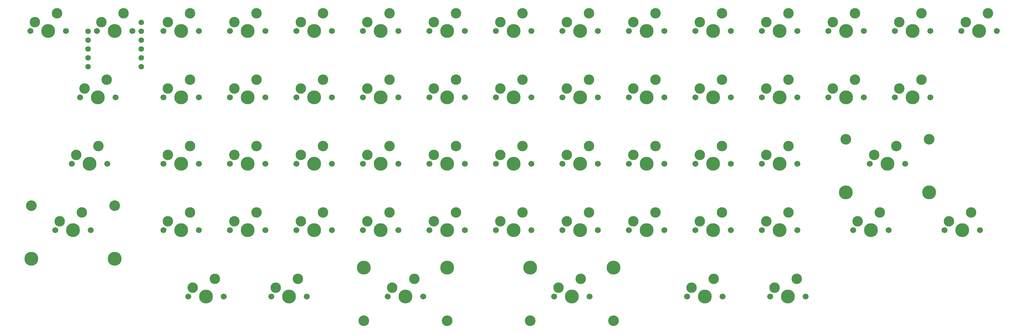
<source format=gbr>
%TF.GenerationSoftware,KiCad,Pcbnew,(7.0.0)*%
%TF.CreationDate,2023-03-29T14:48:56+09:00*%
%TF.ProjectId,HEP,4845502e-6b69-4636-9164-5f7063625858,rev?*%
%TF.SameCoordinates,Original*%
%TF.FileFunction,Soldermask,Top*%
%TF.FilePolarity,Negative*%
%FSLAX46Y46*%
G04 Gerber Fmt 4.6, Leading zero omitted, Abs format (unit mm)*
G04 Created by KiCad (PCBNEW (7.0.0)) date 2023-03-29 14:48:56*
%MOMM*%
%LPD*%
G01*
G04 APERTURE LIST*
%ADD10C,3.000000*%
%ADD11C,3.987800*%
%ADD12C,1.701800*%
%ADD13C,3.048000*%
%ADD14C,1.600000*%
G04 APERTURE END LIST*
D10*
%TO.C,SW57*%
X210502500Y-109378750D03*
D11*
X214312500Y-111918750D03*
D12*
X219392500Y-111918750D03*
D10*
X216852500Y-106838750D03*
D12*
X209232500Y-111918750D03*
D13*
X202374500Y-118903750D03*
X226250500Y-118903750D03*
D11*
X202374500Y-103663750D03*
X226250500Y-103663750D03*
%TD*%
D12*
%TO.C,SW56*%
X321151250Y-92868750D03*
D10*
X328771250Y-87788750D03*
D12*
X331311250Y-92868750D03*
D11*
X326231250Y-92868750D03*
D10*
X322421250Y-90328750D03*
%TD*%
%TO.C,SW55*%
X308133750Y-52228750D03*
D11*
X311943750Y-54768750D03*
D12*
X317023750Y-54768750D03*
D10*
X314483750Y-49688750D03*
D12*
X306863750Y-54768750D03*
%TD*%
D10*
%TO.C,SW54*%
X327183750Y-33178750D03*
D11*
X330993750Y-35718750D03*
D12*
X336073750Y-35718750D03*
D10*
X333533750Y-30638750D03*
D12*
X325913750Y-35718750D03*
%TD*%
D10*
%TO.C,SW53*%
X308133750Y-33178750D03*
D11*
X311943750Y-35718750D03*
D12*
X317023750Y-35718750D03*
D10*
X314483750Y-30638750D03*
D12*
X306863750Y-35718750D03*
%TD*%
D10*
%TO.C,SW52*%
X296227500Y-90328750D03*
D11*
X300037500Y-92868750D03*
D12*
X305117500Y-92868750D03*
D10*
X302577500Y-87788750D03*
D12*
X294957500Y-92868750D03*
%TD*%
D10*
%TO.C,SW51*%
X300990000Y-71278750D03*
D11*
X304800000Y-73818750D03*
D12*
X309880000Y-73818750D03*
D10*
X307340000Y-68738750D03*
D12*
X299720000Y-73818750D03*
D13*
X292862000Y-66833750D03*
X316738000Y-66833750D03*
D11*
X292862000Y-82073750D03*
X316738000Y-82073750D03*
%TD*%
D12*
%TO.C,SW48*%
X268763750Y-92868750D03*
D10*
X276383750Y-87788750D03*
D12*
X278923750Y-92868750D03*
D11*
X273843750Y-92868750D03*
D10*
X270033750Y-90328750D03*
%TD*%
D12*
%TO.C,SW47*%
X268763750Y-73818750D03*
D10*
X276383750Y-68738750D03*
D12*
X278923750Y-73818750D03*
D11*
X273843750Y-73818750D03*
D10*
X270033750Y-71278750D03*
%TD*%
%TO.C,SW8*%
X67627500Y-90328750D03*
D11*
X71437500Y-92868750D03*
D12*
X76517500Y-92868750D03*
D10*
X73977500Y-87788750D03*
D12*
X66357500Y-92868750D03*
D13*
X59499500Y-85883750D03*
X83375500Y-85883750D03*
D11*
X59499500Y-101123750D03*
X83375500Y-101123750D03*
%TD*%
D10*
%TO.C,SW7*%
X72390000Y-71278750D03*
D11*
X76200000Y-73818750D03*
D12*
X81280000Y-73818750D03*
D10*
X78740000Y-68738750D03*
D12*
X71120000Y-73818750D03*
%TD*%
D10*
%TO.C,SW6*%
X74771250Y-52228750D03*
D11*
X78581250Y-54768750D03*
D12*
X83661250Y-54768750D03*
D10*
X81121250Y-49688750D03*
D12*
X73501250Y-54768750D03*
%TD*%
D10*
%TO.C,SW4*%
X162877500Y-109378750D03*
D11*
X166687500Y-111918750D03*
D12*
X171767500Y-111918750D03*
D10*
X169227500Y-106838750D03*
D12*
X161607500Y-111918750D03*
D13*
X154749500Y-118903750D03*
X178625500Y-118903750D03*
D11*
X154749500Y-103663750D03*
X178625500Y-103663750D03*
%TD*%
D10*
%TO.C,SW3*%
X129540000Y-109378750D03*
D11*
X133350000Y-111918750D03*
D12*
X138430000Y-111918750D03*
D10*
X135890000Y-106838750D03*
D12*
X128270000Y-111918750D03*
%TD*%
D10*
%TO.C,SW2*%
X105727500Y-109378750D03*
D11*
X109537500Y-111918750D03*
D12*
X114617500Y-111918750D03*
D10*
X112077500Y-106838750D03*
D12*
X104457500Y-111918750D03*
%TD*%
%TO.C,SW30*%
X192563750Y-54768750D03*
D10*
X193833750Y-52228750D03*
D11*
X197643750Y-54768750D03*
D10*
X200183750Y-49688750D03*
D12*
X202723750Y-54768750D03*
%TD*%
%TO.C,SW34*%
X211613750Y-54768750D03*
D10*
X212883750Y-52228750D03*
D11*
X216693750Y-54768750D03*
D10*
X219233750Y-49688750D03*
D12*
X221773750Y-54768750D03*
%TD*%
%TO.C,SW45*%
X278923750Y-35718750D03*
D10*
X276383750Y-30638750D03*
D11*
X273843750Y-35718750D03*
D10*
X270033750Y-33178750D03*
D12*
X268763750Y-35718750D03*
%TD*%
%TO.C,SW40*%
X230663750Y-92868750D03*
D10*
X231933750Y-90328750D03*
D11*
X235743750Y-92868750D03*
D10*
X238283750Y-87788750D03*
D12*
X240823750Y-92868750D03*
%TD*%
%TO.C,SW27*%
X173513750Y-73818750D03*
D10*
X174783750Y-71278750D03*
D11*
X178593750Y-73818750D03*
D10*
X181133750Y-68738750D03*
D12*
X183673750Y-73818750D03*
%TD*%
%TO.C,SW25*%
X173513750Y-35718750D03*
D10*
X174783750Y-33178750D03*
D11*
X178593750Y-35718750D03*
D10*
X181133750Y-30638750D03*
D12*
X183673750Y-35718750D03*
%TD*%
%TO.C,SW39*%
X230663750Y-73818750D03*
D10*
X231933750Y-71278750D03*
D11*
X235743750Y-73818750D03*
D10*
X238283750Y-68738750D03*
D12*
X240823750Y-73818750D03*
%TD*%
%TO.C,SW16*%
X116363750Y-92868750D03*
D10*
X117633750Y-90328750D03*
D11*
X121443750Y-92868750D03*
D10*
X123983750Y-87788750D03*
D12*
X126523750Y-92868750D03*
%TD*%
%TO.C,SW38*%
X230663750Y-54768750D03*
D10*
X231933750Y-52228750D03*
D11*
X235743750Y-54768750D03*
D10*
X238283750Y-49688750D03*
D12*
X240823750Y-54768750D03*
%TD*%
%TO.C,SW29*%
X192563750Y-35718750D03*
D10*
X193833750Y-33178750D03*
D11*
X197643750Y-35718750D03*
D10*
X200183750Y-30638750D03*
D12*
X202723750Y-35718750D03*
%TD*%
%TO.C,SW59*%
X281305000Y-111918750D03*
D10*
X278765000Y-106838750D03*
D11*
X276225000Y-111918750D03*
D10*
X272415000Y-109378750D03*
D12*
X271145000Y-111918750D03*
%TD*%
%TO.C,SW42*%
X259873750Y-54768750D03*
D10*
X257333750Y-49688750D03*
D11*
X254793750Y-54768750D03*
D10*
X250983750Y-52228750D03*
D12*
X249713750Y-54768750D03*
%TD*%
%TO.C,SW18*%
X135413750Y-54768750D03*
D10*
X136683750Y-52228750D03*
D11*
X140493750Y-54768750D03*
D10*
X143033750Y-49688750D03*
D12*
X145573750Y-54768750D03*
%TD*%
%TO.C,SW21*%
X154463750Y-35718750D03*
D10*
X155733750Y-33178750D03*
D11*
X159543750Y-35718750D03*
D10*
X162083750Y-30638750D03*
D12*
X164623750Y-35718750D03*
%TD*%
%TO.C,SW33*%
X211613750Y-35718750D03*
D10*
X212883750Y-33178750D03*
D11*
X216693750Y-35718750D03*
D10*
X219233750Y-30638750D03*
D12*
X221773750Y-35718750D03*
%TD*%
%TO.C,SW49*%
X287813750Y-35718750D03*
D10*
X289083750Y-33178750D03*
D11*
X292893750Y-35718750D03*
D10*
X295433750Y-30638750D03*
D12*
X297973750Y-35718750D03*
%TD*%
%TO.C,SW31*%
X192563750Y-73818750D03*
D10*
X193833750Y-71278750D03*
D11*
X197643750Y-73818750D03*
D10*
X200183750Y-68738750D03*
D12*
X202723750Y-73818750D03*
%TD*%
%TO.C,SW11*%
X97313750Y-73818750D03*
D10*
X98583750Y-71278750D03*
D11*
X102393750Y-73818750D03*
D10*
X104933750Y-68738750D03*
D12*
X107473750Y-73818750D03*
%TD*%
%TO.C,SW41*%
X259873750Y-35718750D03*
D10*
X257333750Y-30638750D03*
D11*
X254793750Y-35718750D03*
D10*
X250983750Y-33178750D03*
D12*
X249713750Y-35718750D03*
%TD*%
%TO.C,SW12*%
X97313750Y-92868750D03*
D10*
X98583750Y-90328750D03*
D11*
X102393750Y-92868750D03*
D10*
X104933750Y-87788750D03*
D12*
X107473750Y-92868750D03*
%TD*%
%TO.C,SW1*%
X59213750Y-35718750D03*
D10*
X60483750Y-33178750D03*
D11*
X64293750Y-35718750D03*
D10*
X66833750Y-30638750D03*
D12*
X69373750Y-35718750D03*
%TD*%
%TO.C,SW46*%
X278923750Y-54768750D03*
D10*
X276383750Y-49688750D03*
D11*
X273843750Y-54768750D03*
D10*
X270033750Y-52228750D03*
D12*
X268763750Y-54768750D03*
%TD*%
%TO.C,SW14*%
X116363750Y-54768750D03*
D10*
X117633750Y-52228750D03*
D11*
X121443750Y-54768750D03*
D10*
X123983750Y-49688750D03*
D12*
X126523750Y-54768750D03*
%TD*%
%TO.C,SW10*%
X97313750Y-54768750D03*
D10*
X98583750Y-52228750D03*
D11*
X102393750Y-54768750D03*
D10*
X104933750Y-49688750D03*
D12*
X107473750Y-54768750D03*
%TD*%
%TO.C,SW58*%
X247332500Y-111918750D03*
D10*
X248602500Y-109378750D03*
D11*
X252412500Y-111918750D03*
D10*
X254952500Y-106838750D03*
D12*
X257492500Y-111918750D03*
%TD*%
%TO.C,SW17*%
X135413750Y-35718750D03*
D10*
X136683750Y-33178750D03*
D11*
X140493750Y-35718750D03*
D10*
X143033750Y-30638750D03*
D12*
X145573750Y-35718750D03*
%TD*%
%TO.C,SW26*%
X173513750Y-54768750D03*
D10*
X174783750Y-52228750D03*
D11*
X178593750Y-54768750D03*
D10*
X181133750Y-49688750D03*
D12*
X183673750Y-54768750D03*
%TD*%
%TO.C,SW15*%
X116363750Y-73818750D03*
D10*
X117633750Y-71278750D03*
D11*
X121443750Y-73818750D03*
D10*
X123983750Y-68738750D03*
D12*
X126523750Y-73818750D03*
%TD*%
%TO.C,SW36*%
X211613750Y-92868750D03*
D10*
X212883750Y-90328750D03*
D11*
X216693750Y-92868750D03*
D10*
X219233750Y-87788750D03*
D12*
X221773750Y-92868750D03*
%TD*%
%TO.C,SW44*%
X259873750Y-92868750D03*
D10*
X257333750Y-87788750D03*
D11*
X254793750Y-92868750D03*
D10*
X250983750Y-90328750D03*
D12*
X249713750Y-92868750D03*
%TD*%
%TO.C,SW23*%
X154463750Y-73818750D03*
D10*
X155733750Y-71278750D03*
D11*
X159543750Y-73818750D03*
D10*
X162083750Y-68738750D03*
D12*
X164623750Y-73818750D03*
%TD*%
%TO.C,SW9*%
X97313750Y-35718750D03*
D10*
X98583750Y-33178750D03*
D11*
X102393750Y-35718750D03*
D10*
X104933750Y-30638750D03*
D12*
X107473750Y-35718750D03*
%TD*%
%TO.C,SW37*%
X230663750Y-35718750D03*
D10*
X231933750Y-33178750D03*
D11*
X235743750Y-35718750D03*
D10*
X238283750Y-30638750D03*
D12*
X240823750Y-35718750D03*
%TD*%
%TO.C,SW5*%
X78263750Y-35718750D03*
D10*
X79533750Y-33178750D03*
D11*
X83343750Y-35718750D03*
D10*
X85883750Y-30638750D03*
D12*
X88423750Y-35718750D03*
%TD*%
%TO.C,SW22*%
X154463750Y-54768750D03*
D10*
X155733750Y-52228750D03*
D11*
X159543750Y-54768750D03*
D10*
X162083750Y-49688750D03*
D12*
X164623750Y-54768750D03*
%TD*%
%TO.C,SW19*%
X135413750Y-73818750D03*
D10*
X136683750Y-71278750D03*
D11*
X140493750Y-73818750D03*
D10*
X143033750Y-68738750D03*
D12*
X145573750Y-73818750D03*
%TD*%
%TO.C,SW43*%
X259873750Y-73818750D03*
D10*
X257333750Y-68738750D03*
D11*
X254793750Y-73818750D03*
D10*
X250983750Y-71278750D03*
D12*
X249713750Y-73818750D03*
%TD*%
%TO.C,SW24*%
X154463750Y-92868750D03*
D10*
X155733750Y-90328750D03*
D11*
X159543750Y-92868750D03*
D10*
X162083750Y-87788750D03*
D12*
X164623750Y-92868750D03*
%TD*%
%TO.C,SW35*%
X211613750Y-73818750D03*
D10*
X212883750Y-71278750D03*
D11*
X216693750Y-73818750D03*
D10*
X219233750Y-68738750D03*
D12*
X221773750Y-73818750D03*
%TD*%
%TO.C,SW13*%
X116363750Y-35718750D03*
D10*
X117633750Y-33178750D03*
D11*
X121443750Y-35718750D03*
D10*
X123983750Y-30638750D03*
D12*
X126523750Y-35718750D03*
%TD*%
%TO.C,SW32*%
X192563750Y-92868750D03*
D10*
X193833750Y-90328750D03*
D11*
X197643750Y-92868750D03*
D10*
X200183750Y-87788750D03*
D12*
X202723750Y-92868750D03*
%TD*%
%TO.C,SW50*%
X297973750Y-54768750D03*
D10*
X295433750Y-49688750D03*
D11*
X292893750Y-54768750D03*
D10*
X289083750Y-52228750D03*
D12*
X287813750Y-54768750D03*
%TD*%
%TO.C,SW20*%
X135413750Y-92868750D03*
D10*
X136683750Y-90328750D03*
D11*
X140493750Y-92868750D03*
D10*
X143033750Y-87788750D03*
D12*
X145573750Y-92868750D03*
%TD*%
%TO.C,SW28*%
X173513750Y-92868750D03*
D10*
X174783750Y-90328750D03*
D11*
X178593750Y-92868750D03*
D10*
X181133750Y-87788750D03*
D12*
X183673750Y-92868750D03*
%TD*%
D14*
%TO.C,U9*%
X75723750Y-35878750D03*
X75723750Y-38418750D03*
X75723750Y-40958750D03*
X75723750Y-43498750D03*
X75723750Y-46038750D03*
X90963750Y-46038750D03*
X90963750Y-43498750D03*
X90963750Y-40958750D03*
X90963750Y-38418750D03*
X90963750Y-35878750D03*
X90963750Y-33338750D03*
%TD*%
M02*

</source>
